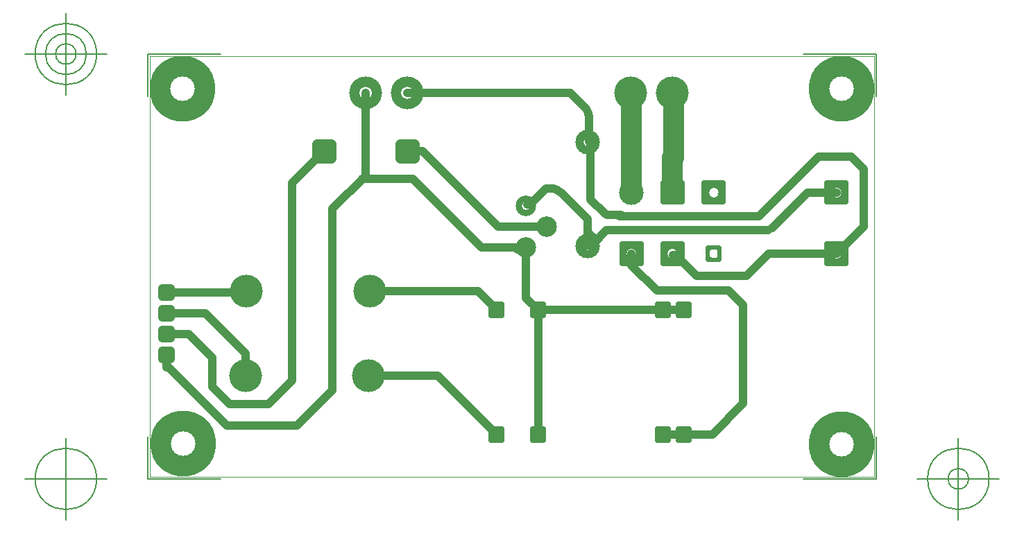
<source format=gbr>
G04 Generated by Ultiboard 13.0 *
%FSLAX34Y34*%
%MOMM*%

%ADD10C,0.0001*%
%ADD11C,1.0000*%
%ADD12C,0.2540*%
%ADD13C,2.5000*%
%ADD14C,0.1270*%
%ADD15C,0.1000*%
%ADD16C,4.0000X1.5000*%
%ADD17C,4.0000X1.0000*%
%ADD18R,2.4920X2.4920X1.2000*%
%ADD19C,0.5080*%
%ADD20C,3.0000X1.2000*%
%ADD21R,1.4920X1.4920X1.2000*%
%ADD22R,1.0051X1.0051X1.0000*%
%ADD23C,0.9949*%
%ADD24C,2.5000X1.0000*%
%ADD25R,1.7300X1.7300X1.0000*%
%ADD26C,1.2700*%
%ADD27C,3.0000X1.0000*%
%ADD28C,1.0000X0.6000*%
%ADD29C,8.0000X3.0000*%
%ADD30R,1.4920X1.4920X1.0000*%


G04 ColorRGB 0000FF for the following layer *
%LNCopper Bottom*%
%LPD*%
G54D10*
G54D11*
X179395Y148851D02*
X222701Y192157D01*
X76108Y231880D02*
X76108Y196110D01*
X173671Y204132D02*
X173671Y445324D01*
X222701Y192157D02*
X222701Y413416D01*
X47202Y260786D02*
X76108Y231880D01*
X20139Y260786D02*
X47202Y260786D01*
X458753Y366336D02*
X456497Y364080D01*
X448234Y364080D01*
X404158Y366336D02*
X320588Y449906D01*
X458753Y366336D02*
X404158Y366336D01*
X424934Y391736D02*
X332740Y483929D01*
X484153Y391736D02*
X424934Y391736D01*
X222701Y413416D02*
X263067Y453781D01*
X173671Y445324D02*
X212276Y483929D01*
X263067Y453781D02*
X263067Y555018D01*
X320588Y449906D02*
X259192Y449906D01*
X332740Y483929D02*
X313876Y483929D01*
X97077Y175141D02*
X144680Y175141D01*
X173671Y204132D01*
X76108Y196110D02*
X97077Y175141D01*
X641287Y356903D02*
X638082Y356903D01*
X728181Y331472D02*
X666718Y331472D01*
X641287Y356903D01*
X755272Y358562D02*
X728181Y331472D01*
X837617Y433562D02*
X802535Y433562D01*
X758897Y389924D01*
X537605Y492850D02*
X537605Y424922D01*
X554139Y408389D01*
X560366Y405809D02*
X574915Y405809D01*
X754290Y387225D02*
X557168Y387225D01*
X541350Y371407D01*
X534671Y368640D02*
X532351Y368640D01*
X533022Y369311D01*
X533693Y370931D02*
X533693Y400919D01*
X501365Y433246D01*
X489677Y438087D02*
X482830Y438087D01*
X464305Y419562D01*
X461800Y418525D02*
X460333Y418525D01*
X572614Y404136D02*
X742849Y404136D01*
X533693Y385268D02*
X540134Y378827D01*
X543474Y377443D02*
X545430Y377443D01*
X512713Y555018D02*
X529915Y537816D01*
X535649Y523973D02*
X535649Y496189D01*
X536627Y495211D01*
X554139Y408389D02*
X554705Y407870D01*
X555315Y407402D01*
X555963Y406989D01*
X556644Y406634D01*
X557354Y406340D01*
X558087Y406109D01*
X558837Y405943D01*
X559599Y405843D01*
X560366Y405809D01*
X461800Y418525D02*
X462109Y418538D01*
X462415Y418579D01*
X462717Y418645D01*
X463012Y418738D01*
X463297Y418857D01*
X463571Y418999D01*
X463832Y419165D01*
X464077Y419353D01*
X464305Y419562D01*
X501365Y433246D02*
X500302Y434220D01*
X499158Y435098D01*
X497942Y435873D01*
X496663Y436539D01*
X495331Y437090D01*
X493955Y437524D01*
X492547Y437836D01*
X491118Y438024D01*
X489677Y438087D01*
X537605Y492850D02*
X537593Y493141D01*
X537554Y493430D01*
X537491Y493714D01*
X537404Y493992D01*
X537292Y494261D01*
X537158Y494520D01*
X537001Y494765D01*
X536824Y494996D01*
X536627Y495211D01*
X535649Y523973D02*
X535574Y525679D01*
X535352Y527372D01*
X534982Y529040D01*
X534468Y530668D01*
X533815Y532246D01*
X533026Y533761D01*
X532108Y535202D01*
X531069Y536557D01*
X529915Y537816D01*
X529915Y537816D01*
X93956Y148851D02*
X22745Y220063D01*
X93956Y148851D02*
X179395Y148851D01*
X22745Y220063D02*
X20139Y220063D01*
X20139Y235386D02*
X20139Y220063D01*
X313867Y555018D02*
X512713Y555018D01*
X742849Y404136D02*
X816259Y477545D01*
X855764Y477545D01*
X871145Y462164D01*
X871145Y392091D01*
X837617Y358562D01*
X755272Y358562D02*
X837617Y358562D01*
X267696Y312591D02*
X400110Y312591D01*
X422700Y290001D01*
X350849Y209652D02*
X422700Y137801D01*
X587617Y358562D02*
X587617Y344412D01*
X618213Y313816D01*
X706106Y313816D01*
X723564Y296357D01*
X723564Y175353D01*
X686012Y137801D01*
X625900Y137801D01*
X458753Y366336D02*
X458753Y304748D01*
X473500Y290001D01*
X651300Y290001D01*
X473500Y290001D02*
X473500Y137801D01*
X534671Y368640D02*
X535494Y368676D01*
X536311Y368784D01*
X537116Y368962D01*
X537901Y369210D01*
X538663Y369525D01*
X539394Y369906D01*
X540089Y370349D01*
X540742Y370850D01*
X541350Y371407D01*
X533022Y369311D02*
X533157Y369459D01*
X533278Y369617D01*
X533386Y369786D01*
X533478Y369963D01*
X533555Y370148D01*
X533615Y370338D01*
X533658Y370533D01*
X533684Y370731D01*
X533693Y370931D01*
X540134Y378827D02*
X540438Y378548D01*
X540765Y378298D01*
X541113Y378076D01*
X541478Y377886D01*
X541859Y377728D01*
X542252Y377604D01*
X542654Y377515D01*
X543062Y377461D01*
X543474Y377443D01*
X266155Y209652D02*
X350849Y209652D01*
X20139Y311586D02*
X116691Y311586D01*
X117696Y312591D01*
X20139Y286186D02*
X67078Y286186D01*
X116155Y237108D01*
X116155Y209652D01*
G54D12*
X758897Y389924D02*
X757548Y388574D01*
X754290Y387225D02*
X754691Y387242D01*
X755090Y387295D01*
X755482Y387382D01*
X755866Y387503D01*
X756237Y387656D01*
X756594Y387842D01*
X756933Y388058D01*
X757251Y388303D01*
X757548Y388574D01*
G54D13*
X587617Y531923D02*
X587617Y433562D01*
X637617Y476630D02*
X637617Y433562D01*
X586247Y555417D02*
X587705Y553960D01*
X587705Y434327D01*
X637047Y555417D02*
X638698Y553766D01*
X638698Y475126D01*
G54D14*
X-2783Y83589D02*
X-2783Y135484D01*
X-2783Y83589D02*
X86132Y83589D01*
X886366Y83589D02*
X797451Y83589D01*
X886366Y83589D02*
X886366Y135484D01*
X886366Y602540D02*
X886366Y550645D01*
X886366Y602540D02*
X797451Y602540D01*
X-2783Y602540D02*
X86132Y602540D01*
X-2783Y602540D02*
X-2783Y550645D01*
X-52783Y83589D02*
X-152783Y83589D01*
X-102783Y33589D02*
X-102783Y133589D01*
X-140283Y83589D02*
G75*
D01*
G02X-140283Y83589I37500J0*
G01*
X936366Y83589D02*
X1036366Y83589D01*
X986366Y33589D02*
X986366Y133589D01*
X948866Y83589D02*
G75*
D01*
G02X948866Y83589I37500J0*
G01*
X973866Y83589D02*
G75*
D01*
G02X973866Y83589I12500J0*
G01*
X-52783Y602540D02*
X-152783Y602540D01*
X-102783Y552540D02*
X-102783Y652540D01*
X-140283Y602540D02*
G75*
D01*
G02X-140283Y602540I37500J0*
G01*
X-127783Y602540D02*
G75*
D01*
G02X-127783Y602540I25000J0*
G01*
X-115283Y602540D02*
G75*
D01*
G02X-115283Y602540I12500J0*
G01*
X-2783Y83589D02*
X-2783Y135484D01*
X-2783Y83589D02*
X86132Y83589D01*
X886366Y83589D02*
X797451Y83589D01*
X886366Y83589D02*
X886366Y135484D01*
X886366Y602540D02*
X886366Y550645D01*
X886366Y602540D02*
X797451Y602540D01*
X-2783Y602540D02*
X86132Y602540D01*
X-2783Y602540D02*
X-2783Y550645D01*
X-52783Y83589D02*
X-152783Y83589D01*
X-102783Y33589D02*
X-102783Y133589D01*
X-140283Y83589D02*
G75*
D01*
G02X-140283Y83589I37500J0*
G01*
X936366Y83589D02*
X1036366Y83589D01*
X986366Y33589D02*
X986366Y133589D01*
X948866Y83589D02*
G75*
D01*
G02X948866Y83589I37500J0*
G01*
X973866Y83589D02*
G75*
D01*
G02X973866Y83589I12500J0*
G01*
X-52783Y602540D02*
X-152783Y602540D01*
X-102783Y552540D02*
X-102783Y652540D01*
X-140283Y602540D02*
G75*
D01*
G02X-140283Y602540I37500J0*
G01*
X-127783Y602540D02*
G75*
D01*
G02X-127783Y602540I25000J0*
G01*
X-115283Y602540D02*
G75*
D01*
G02X-115283Y602540I12500J0*
G01*
G54D15*
X0Y86150D02*
X883661Y86150D01*
X883661Y600000D01*
X0Y600000D01*
X0Y86150D01*
G54D16*
X263067Y555018D03*
X313867Y555018D03*
X586247Y555417D03*
X637047Y555417D03*
G54D17*
X117696Y312591D03*
X267696Y312591D03*
X116155Y209652D03*
X266155Y209652D03*
G54D18*
X587617Y358562D03*
X637617Y358562D03*
X837617Y358562D03*
X637617Y433562D03*
X687617Y433562D03*
X837617Y433562D03*
G54D19*
X575157Y346102D02*
X600077Y346102D01*
X600077Y371022D01*
X575157Y371022D01*
X575157Y346102D01*D02*
X625157Y346102D02*
X650077Y346102D01*
X650077Y371022D01*
X625157Y371022D01*
X625157Y346102D01*D02*
X825157Y346102D02*
X850077Y346102D01*
X850077Y371022D01*
X825157Y371022D01*
X825157Y346102D01*D02*
X625157Y421102D02*
X650077Y421102D01*
X650077Y446022D01*
X625157Y446022D01*
X625157Y421102D01*D02*
X675157Y421102D02*
X700077Y421102D01*
X700077Y446022D01*
X675157Y446022D01*
X675157Y421102D01*D02*
X825157Y421102D02*
X850077Y421102D01*
X850077Y446022D01*
X825157Y446022D01*
X825157Y421102D01*D02*
X680157Y351102D02*
X695077Y351102D01*
X695077Y366022D01*
X680157Y366022D01*
X680157Y351102D01*D02*
X643840Y282541D02*
X658760Y282541D01*
X658760Y297461D01*
X643840Y297461D01*
X643840Y282541D01*D02*
X618440Y282541D02*
X633360Y282541D01*
X633360Y297461D01*
X618440Y297461D01*
X618440Y282541D01*D02*
X466040Y282541D02*
X480960Y282541D01*
X480960Y297461D01*
X466040Y297461D01*
X466040Y282541D01*D02*
X415240Y282541D02*
X430160Y282541D01*
X430160Y297461D01*
X415240Y297461D01*
X415240Y282541D01*D02*
X643840Y130341D02*
X658760Y130341D01*
X658760Y145261D01*
X643840Y145261D01*
X643840Y130341D01*D02*
X618440Y130341D02*
X633360Y130341D01*
X633360Y145261D01*
X618440Y145261D01*
X618440Y130341D01*D02*
X415240Y130341D02*
X430160Y130341D01*
X430160Y145261D01*
X415240Y145261D01*
X415240Y130341D01*D02*
X466040Y130341D02*
X480960Y130341D01*
X480960Y145261D01*
X466040Y145261D01*
X466040Y130341D01*D02*
G54D20*
X587617Y433562D03*
G54D21*
X687617Y358562D03*
G54D22*
X20139Y235386D03*
X20139Y260786D03*
X20139Y286186D03*
X20139Y311586D03*
G54D23*
X15114Y230361D02*
X25164Y230361D01*
X25164Y240411D01*
X15114Y240411D01*
X15114Y230361D01*D02*
X15114Y255761D02*
X25164Y255761D01*
X25164Y265811D01*
X15114Y265811D01*
X15114Y255761D01*D02*
X15114Y281161D02*
X25164Y281161D01*
X25164Y291211D01*
X15114Y291211D01*
X15114Y281161D01*D02*
X15114Y306561D02*
X25164Y306561D01*
X25164Y316611D01*
X15114Y316611D01*
X15114Y306561D01*D02*
G54D24*
X458753Y366336D03*
X484153Y391736D03*
X458753Y417136D03*
G54D25*
X212276Y483929D03*
X313876Y483929D03*
G54D26*
X203626Y475279D02*
X220926Y475279D01*
X220926Y492579D01*
X203626Y492579D01*
X203626Y475279D01*D02*
X305226Y475279D02*
X322526Y475279D01*
X322526Y492579D01*
X305226Y492579D01*
X305226Y475279D01*D02*
G54D27*
X534325Y368258D03*
X534325Y495258D03*
G54D28*
X532351Y368640D03*
X460333Y418525D03*
G54D29*
X843826Y559737D03*
X843804Y126129D03*
X40011Y126835D03*
X39757Y559794D03*
G54D30*
X651300Y290001D03*
X625900Y290001D03*
X473500Y290001D03*
X422700Y290001D03*
X651300Y137801D03*
X625900Y137801D03*
X422700Y137801D03*
X473500Y137801D03*

M02*

</source>
